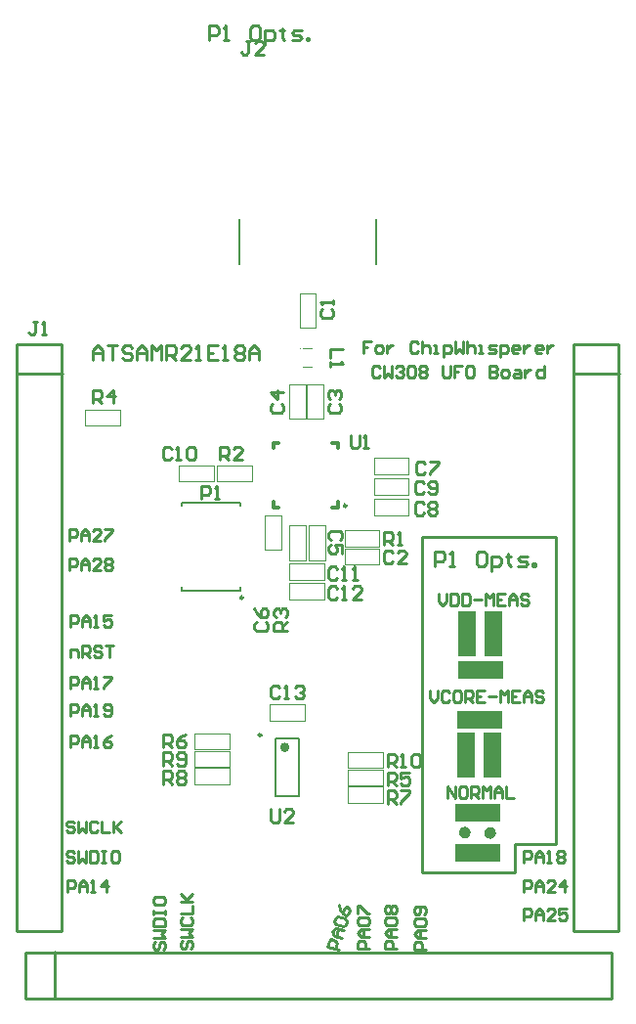
<source format=gto>
G04 Layer_Color=65535*
%FSLAX25Y25*%
%MOIN*%
G70*
G01*
G75*
%ADD26C,0.01000*%
%ADD41C,0.03937*%
%ADD42C,0.00984*%
%ADD43C,0.01575*%
%ADD44C,0.00394*%
%ADD45C,0.01181*%
%ADD46C,0.00787*%
%ADD47R,0.15354X0.06299*%
%ADD48R,0.06299X0.15354*%
D26*
X284646Y153543D02*
Y170472D01*
X270472Y153543D02*
X284646D01*
X270472Y144095D02*
Y153543D01*
X238976Y144095D02*
X270472D01*
X238976D02*
Y170472D01*
Y258268D01*
X284646Y170472D02*
Y258268D01*
X238976D02*
X284646D01*
X290626Y124000D02*
Y324000D01*
Y124000D02*
X306000D01*
X290626Y324000D02*
X306000D01*
X290626Y314000D02*
X306374D01*
X103500Y101126D02*
X303500D01*
Y116500D01*
X103500D02*
X303500D01*
X103500Y101126D02*
Y116500D01*
X113500Y101126D02*
Y116874D01*
X100626Y124000D02*
Y324000D01*
Y124000D02*
X116000D01*
Y324000D01*
X100626D02*
X116000D01*
X100626Y314000D02*
X116374D01*
X306000Y124000D02*
Y324000D01*
X221589Y325032D02*
X218923D01*
Y323033D01*
X220256D01*
X218923D01*
Y321034D01*
X223588D02*
X224921D01*
X225588Y321700D01*
Y323033D01*
X224921Y323700D01*
X223588D01*
X222922Y323033D01*
Y321700D01*
X223588Y321034D01*
X226921Y323700D02*
Y321034D01*
Y322367D01*
X227587Y323033D01*
X228254Y323700D01*
X228920D01*
X237584Y324366D02*
X236917Y325032D01*
X235584D01*
X234918Y324366D01*
Y321700D01*
X235584Y321034D01*
X236917D01*
X237584Y321700D01*
X238917Y325032D02*
Y321034D01*
Y323033D01*
X239583Y323700D01*
X240916D01*
X241582Y323033D01*
Y321034D01*
X242916D02*
X244248D01*
X243582D01*
Y323700D01*
X242916D01*
X246248Y319701D02*
Y323700D01*
X248247D01*
X248914Y323033D01*
Y321700D01*
X248247Y321034D01*
X246248D01*
X250246Y325032D02*
Y321034D01*
X251579Y322367D01*
X252912Y321034D01*
Y325032D01*
X254245D02*
Y321034D01*
Y323033D01*
X254912Y323700D01*
X256244D01*
X256911Y323033D01*
Y321034D01*
X258244D02*
X259577D01*
X258910D01*
Y323700D01*
X258244D01*
X261576Y321034D02*
X263576D01*
X264242Y321700D01*
X263576Y322367D01*
X262243D01*
X261576Y323033D01*
X262243Y323700D01*
X264242D01*
X265575Y319701D02*
Y323700D01*
X267574D01*
X268241Y323033D01*
Y321700D01*
X267574Y321034D01*
X265575D01*
X271573D02*
X270240D01*
X269573Y321700D01*
Y323033D01*
X270240Y323700D01*
X271573D01*
X272239Y323033D01*
Y322367D01*
X269573D01*
X273572Y323700D02*
Y321034D01*
Y322367D01*
X274239Y323033D01*
X274905Y323700D01*
X275572D01*
X279570Y321034D02*
X278237D01*
X277571Y321700D01*
Y323033D01*
X278237Y323700D01*
X279570D01*
X280237Y323033D01*
Y322367D01*
X277571D01*
X281570Y323700D02*
Y321034D01*
Y322367D01*
X282236Y323033D01*
X282903Y323700D01*
X283569D01*
X224588Y315835D02*
X223922Y316501D01*
X222589D01*
X221922Y315835D01*
Y313169D01*
X222589Y312503D01*
X223922D01*
X224588Y313169D01*
X225921Y316501D02*
Y312503D01*
X227254Y313835D01*
X228587Y312503D01*
Y316501D01*
X229920Y315835D02*
X230586Y316501D01*
X231919D01*
X232585Y315835D01*
Y315168D01*
X231919Y314502D01*
X231253D01*
X231919D01*
X232585Y313835D01*
Y313169D01*
X231919Y312503D01*
X230586D01*
X229920Y313169D01*
X233918Y315835D02*
X234585Y316501D01*
X235918D01*
X236584Y315835D01*
Y313169D01*
X235918Y312503D01*
X234585D01*
X233918Y313169D01*
Y315835D01*
X237917D02*
X238583Y316501D01*
X239916D01*
X240583Y315835D01*
Y315168D01*
X239916Y314502D01*
X240583Y313835D01*
Y313169D01*
X239916Y312503D01*
X238583D01*
X237917Y313169D01*
Y313835D01*
X238583Y314502D01*
X237917Y315168D01*
Y315835D01*
X238583Y314502D02*
X239916D01*
X245915Y316501D02*
Y313169D01*
X246581Y312503D01*
X247914D01*
X248580Y313169D01*
Y316501D01*
X252579D02*
X249913D01*
Y314502D01*
X251246D01*
X249913D01*
Y312503D01*
X255911Y316501D02*
X254578D01*
X253912Y315835D01*
Y313169D01*
X254578Y312503D01*
X255911D01*
X256578Y313169D01*
Y315835D01*
X255911Y316501D01*
X261909D02*
Y312503D01*
X263909D01*
X264575Y313169D01*
Y313835D01*
X263909Y314502D01*
X261909D01*
X263909D01*
X264575Y315168D01*
Y315835D01*
X263909Y316501D01*
X261909D01*
X266575Y312503D02*
X267907D01*
X268574Y313169D01*
Y314502D01*
X267907Y315168D01*
X266575D01*
X265908Y314502D01*
Y313169D01*
X266575Y312503D01*
X270573Y315168D02*
X271906D01*
X272572Y314502D01*
Y312503D01*
X270573D01*
X269907Y313169D01*
X270573Y313835D01*
X272572D01*
X273905Y315168D02*
Y312503D01*
Y313835D01*
X274572Y314502D01*
X275238Y315168D01*
X275905D01*
X280570Y316501D02*
Y312503D01*
X278571D01*
X277904Y313169D01*
Y314502D01*
X278571Y315168D01*
X280570D01*
X126772Y318504D02*
Y321836D01*
X128438Y323502D01*
X130104Y321836D01*
Y318504D01*
Y321003D01*
X126772D01*
X131770Y323502D02*
X135102D01*
X133436D01*
Y318504D01*
X140101Y322669D02*
X139268Y323502D01*
X137601D01*
X136768Y322669D01*
Y321836D01*
X137601Y321003D01*
X139268D01*
X140101Y320170D01*
Y319337D01*
X139268Y318504D01*
X137601D01*
X136768Y319337D01*
X141767Y318504D02*
Y321836D01*
X143433Y323502D01*
X145099Y321836D01*
Y318504D01*
Y321003D01*
X141767D01*
X146765Y318504D02*
Y323502D01*
X148431Y321836D01*
X150097Y323502D01*
Y318504D01*
X151764D02*
Y323502D01*
X154263D01*
X155096Y322669D01*
Y321003D01*
X154263Y320170D01*
X151764D01*
X153430D02*
X155096Y318504D01*
X160094D02*
X156762D01*
X160094Y321836D01*
Y322669D01*
X159261Y323502D01*
X157595D01*
X156762Y322669D01*
X161760Y318504D02*
X163426D01*
X162593D01*
Y323502D01*
X161760Y322669D01*
X169258Y323502D02*
X165926D01*
Y318504D01*
X169258D01*
X165926Y321003D02*
X167592D01*
X170924Y318504D02*
X172590D01*
X171757D01*
Y323502D01*
X170924Y322669D01*
X175089D02*
X175922Y323502D01*
X177588D01*
X178422Y322669D01*
Y321836D01*
X177588Y321003D01*
X178422Y320170D01*
Y319337D01*
X177588Y318504D01*
X175922D01*
X175089Y319337D01*
Y320170D01*
X175922Y321003D01*
X175089Y321836D01*
Y322669D01*
X175922Y321003D02*
X177588D01*
X180088Y318504D02*
Y321836D01*
X181754Y323502D01*
X183420Y321836D01*
Y318504D01*
Y321003D01*
X180088D01*
X166142Y427559D02*
Y432557D01*
X168641D01*
X169474Y431724D01*
Y430058D01*
X168641Y429225D01*
X166142D01*
X171140Y427559D02*
X172806D01*
X171973D01*
Y432557D01*
X171140Y431724D01*
X182803Y432557D02*
X181137D01*
X180304Y431724D01*
Y428392D01*
X181137Y427559D01*
X182803D01*
X183636Y428392D01*
Y431724D01*
X182803Y432557D01*
X185302Y425893D02*
Y430891D01*
X187801D01*
X188634Y430058D01*
Y428392D01*
X187801Y427559D01*
X185302D01*
X191134Y431724D02*
Y430891D01*
X190301D01*
X191967D01*
X191134D01*
Y428392D01*
X191967Y427559D01*
X194466D02*
X196965D01*
X197798Y428392D01*
X196965Y429225D01*
X195299D01*
X194466Y430058D01*
X195299Y430891D01*
X197798D01*
X199464Y427559D02*
Y428392D01*
X200297D01*
Y427559D01*
X199464D01*
X247638Y169291D02*
Y173290D01*
X250304Y169291D01*
Y173290D01*
X253636D02*
X252303D01*
X251637Y172624D01*
Y169958D01*
X252303Y169291D01*
X253636D01*
X254302Y169958D01*
Y172624D01*
X253636Y173290D01*
X255635Y169291D02*
Y173290D01*
X257635D01*
X258301Y172624D01*
Y171291D01*
X257635Y170624D01*
X255635D01*
X256968D02*
X258301Y169291D01*
X259634D02*
Y173290D01*
X260967Y171957D01*
X262300Y173290D01*
Y169291D01*
X263633D02*
Y171957D01*
X264966Y173290D01*
X266298Y171957D01*
Y169291D01*
Y171291D01*
X263633D01*
X267631Y173290D02*
Y169291D01*
X270297D01*
X243307Y248425D02*
Y253424D01*
X245806D01*
X246639Y252590D01*
Y250924D01*
X245806Y250091D01*
X243307D01*
X248306Y248425D02*
X249972D01*
X249138D01*
Y253424D01*
X248306Y252590D01*
X259968Y253424D02*
X258302D01*
X257469Y252590D01*
Y249258D01*
X258302Y248425D01*
X259968D01*
X260801Y249258D01*
Y252590D01*
X259968Y253424D01*
X262468Y246759D02*
Y251758D01*
X264967D01*
X265800Y250924D01*
Y249258D01*
X264967Y248425D01*
X262468D01*
X268299Y252590D02*
Y251758D01*
X267466D01*
X269132D01*
X268299D01*
Y249258D01*
X269132Y248425D01*
X271631D02*
X274130D01*
X274963Y249258D01*
X274130Y250091D01*
X272464D01*
X271631Y250924D01*
X272464Y251758D01*
X274963D01*
X276630Y248425D02*
Y249258D01*
X277463D01*
Y248425D01*
X276630D01*
X244488Y239038D02*
Y236372D01*
X245821Y235039D01*
X247154Y236372D01*
Y239038D01*
X248487D02*
Y235039D01*
X250486D01*
X251153Y235706D01*
Y238372D01*
X250486Y239038D01*
X248487D01*
X252486D02*
Y235039D01*
X254485D01*
X255151Y235706D01*
Y238372D01*
X254485Y239038D01*
X252486D01*
X256484Y237039D02*
X259150D01*
X260483Y235039D02*
Y239038D01*
X261816Y237705D01*
X263149Y239038D01*
Y235039D01*
X267147Y239038D02*
X264482D01*
Y235039D01*
X267147D01*
X264482Y237039D02*
X265815D01*
X268480Y235039D02*
Y237705D01*
X269813Y239038D01*
X271146Y237705D01*
Y235039D01*
Y237039D01*
X268480D01*
X275145Y238372D02*
X274479Y239038D01*
X273146D01*
X272479Y238372D01*
Y237705D01*
X273146Y237039D01*
X274479D01*
X275145Y236372D01*
Y235706D01*
X274479Y235039D01*
X273146D01*
X272479Y235706D01*
X241732Y205967D02*
Y203301D01*
X243065Y201969D01*
X244398Y203301D01*
Y205967D01*
X248397Y205301D02*
X247730Y205967D01*
X246397D01*
X245731Y205301D01*
Y202635D01*
X246397Y201969D01*
X247730D01*
X248397Y202635D01*
X251729Y205967D02*
X250396D01*
X249730Y205301D01*
Y202635D01*
X250396Y201969D01*
X251729D01*
X252396Y202635D01*
Y205301D01*
X251729Y205967D01*
X253728Y201969D02*
Y205967D01*
X255728D01*
X256394Y205301D01*
Y203968D01*
X255728Y203301D01*
X253728D01*
X255061D02*
X256394Y201969D01*
X260393Y205967D02*
X257727D01*
Y201969D01*
X260393D01*
X257727Y203968D02*
X259060D01*
X261726D02*
X264392D01*
X265724Y201969D02*
Y205967D01*
X267057Y204634D01*
X268390Y205967D01*
Y201969D01*
X272389Y205967D02*
X269723D01*
Y201969D01*
X272389D01*
X269723Y203968D02*
X271056D01*
X273722Y201969D02*
Y204634D01*
X275055Y205967D01*
X276388Y204634D01*
Y201969D01*
Y203968D01*
X273722D01*
X280386Y205301D02*
X279720Y205967D01*
X278387D01*
X277721Y205301D01*
Y204634D01*
X278387Y203968D01*
X279720D01*
X280386Y203301D01*
Y202635D01*
X279720Y201969D01*
X278387D01*
X277721Y202635D01*
X273622Y127559D02*
Y131558D01*
X275621D01*
X276288Y130891D01*
Y129558D01*
X275621Y128892D01*
X273622D01*
X277621Y127559D02*
Y130225D01*
X278954Y131558D01*
X280287Y130225D01*
Y127559D01*
Y129558D01*
X277621D01*
X284285Y127559D02*
X281620D01*
X284285Y130225D01*
Y130891D01*
X283619Y131558D01*
X282286D01*
X281620Y130891D01*
X288284Y131558D02*
X285618D01*
Y129558D01*
X286951Y130225D01*
X287617D01*
X288284Y129558D01*
Y128226D01*
X287617Y127559D01*
X286285D01*
X285618Y128226D01*
X273622Y137402D02*
Y141400D01*
X275621D01*
X276288Y140734D01*
Y139401D01*
X275621Y138734D01*
X273622D01*
X277621Y137402D02*
Y140067D01*
X278954Y141400D01*
X280287Y140067D01*
Y137402D01*
Y139401D01*
X277621D01*
X284285Y137402D02*
X281620D01*
X284285Y140067D01*
Y140734D01*
X283619Y141400D01*
X282286D01*
X281620Y140734D01*
X287617Y137402D02*
Y141400D01*
X285618Y139401D01*
X288284D01*
X273622Y147244D02*
Y151243D01*
X275621D01*
X276288Y150576D01*
Y149243D01*
X275621Y148577D01*
X273622D01*
X277621Y147244D02*
Y149910D01*
X278954Y151243D01*
X280287Y149910D01*
Y147244D01*
Y149243D01*
X277621D01*
X281620Y147244D02*
X282952D01*
X282286D01*
Y151243D01*
X281620Y150576D01*
X284952D02*
X285618Y151243D01*
X286951D01*
X287617Y150576D01*
Y149910D01*
X286951Y149243D01*
X287617Y148577D01*
Y147910D01*
X286951Y147244D01*
X285618D01*
X284952Y147910D01*
Y148577D01*
X285618Y149243D01*
X284952Y149910D01*
Y150576D01*
X285618Y149243D02*
X286951D01*
X118504Y257087D02*
Y261085D01*
X120503D01*
X121170Y260419D01*
Y259086D01*
X120503Y258419D01*
X118504D01*
X122503Y257087D02*
Y259752D01*
X123836Y261085D01*
X125169Y259752D01*
Y257087D01*
Y259086D01*
X122503D01*
X129167Y257087D02*
X126501D01*
X129167Y259752D01*
Y260419D01*
X128501Y261085D01*
X127168D01*
X126501Y260419D01*
X130500Y261085D02*
X133166D01*
Y260419D01*
X130500Y257753D01*
Y257087D01*
X118504Y246850D02*
Y250849D01*
X120503D01*
X121170Y250183D01*
Y248850D01*
X120503Y248183D01*
X118504D01*
X122503Y246850D02*
Y249516D01*
X123836Y250849D01*
X125169Y249516D01*
Y246850D01*
Y248850D01*
X122503D01*
X129167Y246850D02*
X126501D01*
X129167Y249516D01*
Y250183D01*
X128501Y250849D01*
X127168D01*
X126501Y250183D01*
X130500D02*
X131167Y250849D01*
X132499D01*
X133166Y250183D01*
Y249516D01*
X132499Y248850D01*
X133166Y248183D01*
Y247517D01*
X132499Y246850D01*
X131167D01*
X130500Y247517D01*
Y248183D01*
X131167Y248850D01*
X130500Y249516D01*
Y250183D01*
X131167Y248850D02*
X132499D01*
X118898Y227559D02*
Y231558D01*
X120897D01*
X121563Y230891D01*
Y229558D01*
X120897Y228892D01*
X118898D01*
X122896Y227559D02*
Y230225D01*
X124229Y231558D01*
X125562Y230225D01*
Y227559D01*
Y229558D01*
X122896D01*
X126895Y227559D02*
X128228D01*
X127561D01*
Y231558D01*
X126895Y230891D01*
X132893Y231558D02*
X130227D01*
Y229558D01*
X131560Y230225D01*
X132227D01*
X132893Y229558D01*
Y228225D01*
X132227Y227559D01*
X130894D01*
X130227Y228225D01*
X118898Y217323D02*
Y219989D01*
X120897D01*
X121563Y219322D01*
Y217323D01*
X122896D02*
Y221322D01*
X124896D01*
X125562Y220655D01*
Y219322D01*
X124896Y218656D01*
X122896D01*
X124229D02*
X125562Y217323D01*
X129561Y220655D02*
X128894Y221322D01*
X127561D01*
X126895Y220655D01*
Y219989D01*
X127561Y219322D01*
X128894D01*
X129561Y218656D01*
Y217989D01*
X128894Y217323D01*
X127561D01*
X126895Y217989D01*
X130894Y221322D02*
X133560D01*
X132227D01*
Y217323D01*
X118898Y206693D02*
Y210692D01*
X120897D01*
X121563Y210025D01*
Y208692D01*
X120897Y208026D01*
X118898D01*
X122896Y206693D02*
Y209359D01*
X124229Y210692D01*
X125562Y209359D01*
Y206693D01*
Y208692D01*
X122896D01*
X126895Y206693D02*
X128228D01*
X127561D01*
Y210692D01*
X126895Y210025D01*
X130227Y210692D02*
X132893D01*
Y210025D01*
X130227Y207359D01*
Y206693D01*
X118898Y197244D02*
Y201243D01*
X120897D01*
X121563Y200576D01*
Y199243D01*
X120897Y198577D01*
X118898D01*
X122896Y197244D02*
Y199910D01*
X124229Y201243D01*
X125562Y199910D01*
Y197244D01*
Y199243D01*
X122896D01*
X126895Y197244D02*
X128228D01*
X127561D01*
Y201243D01*
X126895Y200576D01*
X130227Y197910D02*
X130894Y197244D01*
X132227D01*
X132893Y197910D01*
Y200576D01*
X132227Y201243D01*
X130894D01*
X130227Y200576D01*
Y199910D01*
X130894Y199243D01*
X132893D01*
X118898Y186614D02*
Y190613D01*
X120897D01*
X121563Y189946D01*
Y188613D01*
X120897Y187947D01*
X118898D01*
X122896Y186614D02*
Y189280D01*
X124229Y190613D01*
X125562Y189280D01*
Y186614D01*
Y188613D01*
X122896D01*
X126895Y186614D02*
X128228D01*
X127561D01*
Y190613D01*
X126895Y189946D01*
X132893Y190613D02*
X131560Y189946D01*
X130227Y188613D01*
Y187281D01*
X130894Y186614D01*
X132227D01*
X132893Y187281D01*
Y187947D01*
X132227Y188613D01*
X130227D01*
X118110Y137402D02*
Y141400D01*
X120110D01*
X120776Y140734D01*
Y139401D01*
X120110Y138734D01*
X118110D01*
X122109Y137402D02*
Y140067D01*
X123442Y141400D01*
X124775Y140067D01*
Y137402D01*
Y139401D01*
X122109D01*
X126108Y137402D02*
X127441D01*
X126774D01*
Y141400D01*
X126108Y140734D01*
X131439Y137402D02*
Y141400D01*
X129440Y139401D01*
X132106D01*
X120382Y160813D02*
X119716Y161479D01*
X118383D01*
X117717Y160813D01*
Y160146D01*
X118383Y159480D01*
X119716D01*
X120382Y158813D01*
Y158147D01*
X119716Y157480D01*
X118383D01*
X117717Y158147D01*
X121715Y161479D02*
Y157480D01*
X123048Y158813D01*
X124381Y157480D01*
Y161479D01*
X128380Y160813D02*
X127713Y161479D01*
X126380D01*
X125714Y160813D01*
Y158147D01*
X126380Y157480D01*
X127713D01*
X128380Y158147D01*
X129713Y161479D02*
Y157480D01*
X132378D01*
X133711Y161479D02*
Y157480D01*
Y158813D01*
X136377Y161479D01*
X134378Y159480D01*
X136377Y157480D01*
X120382Y150576D02*
X119716Y151243D01*
X118383D01*
X117717Y150576D01*
Y149910D01*
X118383Y149243D01*
X119716D01*
X120382Y148577D01*
Y147910D01*
X119716Y147244D01*
X118383D01*
X117717Y147910D01*
X121715Y151243D02*
Y147244D01*
X123048Y148577D01*
X124381Y147244D01*
Y151243D01*
X125714D02*
Y147244D01*
X127713D01*
X128380Y147910D01*
Y150576D01*
X127713Y151243D01*
X125714D01*
X129713D02*
X131046D01*
X130379D01*
Y147244D01*
X129713D01*
X131046D01*
X135044Y151243D02*
X133711D01*
X133045Y150576D01*
Y147910D01*
X133711Y147244D01*
X135044D01*
X135711Y147910D01*
Y150576D01*
X135044Y151243D01*
X147849Y120382D02*
X147182Y119716D01*
Y118383D01*
X147849Y117717D01*
X148515D01*
X149182Y118383D01*
Y119716D01*
X149848Y120382D01*
X150515D01*
X151181Y119716D01*
Y118383D01*
X150515Y117717D01*
X147182Y121715D02*
X151181D01*
X149848Y123048D01*
X151181Y124381D01*
X147182D01*
Y125714D02*
X151181D01*
Y127713D01*
X150515Y128380D01*
X147849D01*
X147182Y127713D01*
Y125714D01*
Y129713D02*
Y131046D01*
Y130379D01*
X151181D01*
Y129713D01*
Y131046D01*
X147182Y135044D02*
Y133711D01*
X147849Y133045D01*
X150515D01*
X151181Y133711D01*
Y135044D01*
X150515Y135711D01*
X147849D01*
X147182Y135044D01*
X157298Y120776D02*
X156631Y120110D01*
Y118777D01*
X157298Y118110D01*
X157964D01*
X158631Y118777D01*
Y120110D01*
X159297Y120776D01*
X159964D01*
X160630Y120110D01*
Y118777D01*
X159964Y118110D01*
X156631Y122109D02*
X160630D01*
X159297Y123442D01*
X160630Y124775D01*
X156631D01*
X157298Y128773D02*
X156631Y128107D01*
Y126774D01*
X157298Y126108D01*
X159964D01*
X160630Y126774D01*
Y128107D01*
X159964Y128773D01*
X156631Y130106D02*
X160630D01*
Y132772D01*
X156631Y134105D02*
X160630D01*
X159297D01*
X156631Y136771D01*
X158631Y134772D01*
X160630Y136771D01*
X210630Y117717D02*
X206768Y118752D01*
X207285Y120683D01*
X208101Y121154D01*
X209389Y120809D01*
X209860Y119993D01*
X209342Y118061D01*
X211665Y121579D02*
X209090Y122269D01*
X208147Y123901D01*
X209780Y124844D01*
X212355Y124154D01*
X210424Y124671D01*
X209734Y122097D01*
X209481Y126304D02*
X209010Y127120D01*
X209355Y128408D01*
X210171Y128879D01*
X212746Y128189D01*
X213217Y127373D01*
X212872Y126085D01*
X212056Y125614D01*
X209481Y126304D01*
X210562Y132914D02*
X210861Y131454D01*
X211804Y129821D01*
X213091Y129476D01*
X213907Y129948D01*
X214252Y131235D01*
X213781Y132051D01*
X213137Y132224D01*
X212321Y131753D01*
X211804Y129821D01*
X240158Y117717D02*
X236159D01*
Y119716D01*
X236825Y120382D01*
X238158D01*
X238825Y119716D01*
Y117717D01*
X240158Y121715D02*
X237492D01*
X236159Y123048D01*
X237492Y124381D01*
X240158D01*
X238158D01*
Y121715D01*
X236825Y125714D02*
X236159Y126380D01*
Y127713D01*
X236825Y128380D01*
X239491D01*
X240158Y127713D01*
Y126380D01*
X239491Y125714D01*
X236825D01*
X239491Y129713D02*
X240158Y130379D01*
Y131712D01*
X239491Y132378D01*
X236825D01*
X236159Y131712D01*
Y130379D01*
X236825Y129713D01*
X237492D01*
X238158Y130379D01*
Y132378D01*
X230315Y118110D02*
X226316D01*
Y120110D01*
X226983Y120776D01*
X228316D01*
X228982Y120110D01*
Y118110D01*
X230315Y122109D02*
X227649D01*
X226316Y123442D01*
X227649Y124775D01*
X230315D01*
X228316D01*
Y122109D01*
X226983Y126108D02*
X226316Y126774D01*
Y128107D01*
X226983Y128773D01*
X229648D01*
X230315Y128107D01*
Y126774D01*
X229648Y126108D01*
X226983D01*
Y130106D02*
X226316Y130773D01*
Y132106D01*
X226983Y132772D01*
X227649D01*
X228316Y132106D01*
X228982Y132772D01*
X229648D01*
X230315Y132106D01*
Y130773D01*
X229648Y130106D01*
X228982D01*
X228316Y130773D01*
X227649Y130106D01*
X226983D01*
X228316Y130773D02*
Y132106D01*
X220866Y118110D02*
X216867D01*
Y120110D01*
X217534Y120776D01*
X218867D01*
X219533Y120110D01*
Y118110D01*
X220866Y122109D02*
X218200D01*
X216867Y123442D01*
X218200Y124775D01*
X220866D01*
X218867D01*
Y122109D01*
X217534Y126108D02*
X216867Y126774D01*
Y128107D01*
X217534Y128773D01*
X220200D01*
X220866Y128107D01*
Y126774D01*
X220200Y126108D01*
X217534D01*
X216867Y130106D02*
Y132772D01*
X217534D01*
X220200Y130106D01*
X220866D01*
X187402Y165522D02*
Y161773D01*
X188151Y161024D01*
X189651D01*
X190401Y161773D01*
Y165522D01*
X194899Y161024D02*
X191900D01*
X194899Y164023D01*
Y164772D01*
X194149Y165522D01*
X192650D01*
X191900Y164772D01*
X150787Y186614D02*
Y191113D01*
X153037D01*
X153786Y190363D01*
Y188863D01*
X153037Y188114D01*
X150787D01*
X152287D02*
X153786Y186614D01*
X158285Y191113D02*
X156786Y190363D01*
X155286Y188863D01*
Y187364D01*
X156036Y186614D01*
X157535D01*
X158285Y187364D01*
Y188114D01*
X157535Y188863D01*
X155286D01*
X227165Y173622D02*
Y178121D01*
X229415D01*
X230164Y177371D01*
Y175871D01*
X229415Y175122D01*
X227165D01*
X228665D02*
X230164Y173622D01*
X234663Y178121D02*
X231664D01*
Y175871D01*
X233163Y176621D01*
X233913D01*
X234663Y175871D01*
Y174372D01*
X233913Y173622D01*
X232414D01*
X231664Y174372D01*
X150787Y174016D02*
Y178514D01*
X153037D01*
X153786Y177764D01*
Y176265D01*
X153037Y175515D01*
X150787D01*
X152287D02*
X153786Y174016D01*
X155286Y177764D02*
X156036Y178514D01*
X157535D01*
X158285Y177764D01*
Y177015D01*
X157535Y176265D01*
X158285Y175515D01*
Y174766D01*
X157535Y174016D01*
X156036D01*
X155286Y174766D01*
Y175515D01*
X156036Y176265D01*
X155286Y177015D01*
Y177764D01*
X156036Y176265D02*
X157535D01*
X227165Y167323D02*
Y171821D01*
X229415D01*
X230164Y171072D01*
Y169572D01*
X229415Y168822D01*
X227165D01*
X228665D02*
X230164Y167323D01*
X231664Y171821D02*
X234663D01*
Y171072D01*
X231664Y168073D01*
Y167323D01*
X150787Y180315D02*
Y184813D01*
X153037D01*
X153786Y184064D01*
Y182564D01*
X153037Y181815D01*
X150787D01*
X152287D02*
X153786Y180315D01*
X155286Y181065D02*
X156036Y180315D01*
X157535D01*
X158285Y181065D01*
Y184064D01*
X157535Y184813D01*
X156036D01*
X155286Y184064D01*
Y183314D01*
X156036Y182564D01*
X158285D01*
X227165Y179921D02*
Y184420D01*
X229415D01*
X230164Y183670D01*
Y182170D01*
X229415Y181421D01*
X227165D01*
X228665D02*
X230164Y179921D01*
X231664D02*
X233163D01*
X232414D01*
Y184420D01*
X231664Y183670D01*
X235413D02*
X236162Y184420D01*
X237662D01*
X238412Y183670D01*
Y180671D01*
X237662Y179921D01*
X236162D01*
X235413Y180671D01*
Y183670D01*
X190401Y206898D02*
X189651Y207648D01*
X188151D01*
X187402Y206898D01*
Y203899D01*
X188151Y203150D01*
X189651D01*
X190401Y203899D01*
X191900Y203150D02*
X193400D01*
X192650D01*
Y207648D01*
X191900Y206898D01*
X195649D02*
X196399Y207648D01*
X197898D01*
X198648Y206898D01*
Y206149D01*
X197898Y205399D01*
X197148D01*
X197898D01*
X198648Y204649D01*
Y203899D01*
X197898Y203150D01*
X196399D01*
X195649Y203899D01*
X211979Y322441D02*
X207480D01*
Y319442D01*
Y317942D02*
Y316443D01*
Y317193D01*
X211979D01*
X211229Y317942D01*
X126772Y303937D02*
Y308436D01*
X129021D01*
X129771Y307686D01*
Y306186D01*
X129021Y305436D01*
X126772D01*
X128271D02*
X129771Y303937D01*
X133519D02*
Y308436D01*
X131270Y306186D01*
X134269D01*
X192913Y226378D02*
X188415D01*
Y228627D01*
X189165Y229377D01*
X190664D01*
X191414Y228627D01*
Y226378D01*
Y227877D02*
X192913Y229377D01*
X189165Y230876D02*
X188415Y231626D01*
Y233126D01*
X189165Y233875D01*
X189914D01*
X190664Y233126D01*
Y232376D01*
Y233126D01*
X191414Y233875D01*
X192164D01*
X192913Y233126D01*
Y231626D01*
X192164Y230876D01*
X170000Y284500D02*
Y288999D01*
X172249D01*
X172999Y288249D01*
Y286749D01*
X172249Y285999D01*
X170000D01*
X171500D02*
X172999Y284500D01*
X177498D02*
X174499D01*
X177498Y287499D01*
Y288249D01*
X176748Y288999D01*
X175248D01*
X174499Y288249D01*
X225984Y255512D02*
Y260010D01*
X228234D01*
X228983Y259261D01*
Y257761D01*
X228234Y257011D01*
X225984D01*
X227484D02*
X228983Y255512D01*
X230483D02*
X231982D01*
X231233D01*
Y260010D01*
X230483Y259261D01*
X163779Y271260D02*
Y275758D01*
X166029D01*
X166779Y275009D01*
Y273509D01*
X166029Y272759D01*
X163779D01*
X168278Y271260D02*
X169778D01*
X169028D01*
Y275758D01*
X168278Y275009D01*
X180349Y427248D02*
X178849D01*
X179599D01*
Y423500D01*
X178849Y422750D01*
X178100D01*
X177350Y423500D01*
X184848Y422750D02*
X181849D01*
X184848Y425749D01*
Y426499D01*
X184098Y427248D01*
X182598D01*
X181849Y426499D01*
X107723Y331664D02*
X106224D01*
X106974D01*
Y327915D01*
X106224Y327165D01*
X105474D01*
X104724Y327915D01*
X109223Y327165D02*
X110722D01*
X109973D01*
Y331664D01*
X109223Y330914D01*
X210086Y240757D02*
X209336Y241506D01*
X207836D01*
X207087Y240757D01*
Y237758D01*
X207836Y237008D01*
X209336D01*
X210086Y237758D01*
X211585Y237008D02*
X213085D01*
X212335D01*
Y241506D01*
X211585Y240757D01*
X218333Y237008D02*
X215334D01*
X218333Y240007D01*
Y240757D01*
X217583Y241506D01*
X216084D01*
X215334Y240757D01*
X210086Y247450D02*
X209336Y248199D01*
X207836D01*
X207087Y247450D01*
Y244451D01*
X207836Y243701D01*
X209336D01*
X210086Y244451D01*
X211585Y243701D02*
X213085D01*
X212335D01*
Y248199D01*
X211585Y247450D01*
X215334Y243701D02*
X216833D01*
X216084D01*
Y248199D01*
X215334Y247450D01*
X153499Y288249D02*
X152749Y288999D01*
X151250D01*
X150500Y288249D01*
Y285250D01*
X151250Y284500D01*
X152749D01*
X153499Y285250D01*
X154999Y284500D02*
X156498D01*
X155748D01*
Y288999D01*
X154999Y288249D01*
X158747D02*
X159497Y288999D01*
X160997D01*
X161746Y288249D01*
Y285250D01*
X160997Y284500D01*
X159497D01*
X158747Y285250D01*
Y288249D01*
X239613Y276583D02*
X238863Y277333D01*
X237364D01*
X236614Y276583D01*
Y273584D01*
X237364Y272835D01*
X238863D01*
X239613Y273584D01*
X241113D02*
X241863Y272835D01*
X243362D01*
X244112Y273584D01*
Y276583D01*
X243362Y277333D01*
X241863D01*
X241113Y276583D01*
Y275834D01*
X241863Y275084D01*
X244112D01*
X239613Y269497D02*
X238863Y270247D01*
X237364D01*
X236614Y269497D01*
Y266498D01*
X237364Y265748D01*
X238863D01*
X239613Y266498D01*
X241113Y269497D02*
X241863Y270247D01*
X243362D01*
X244112Y269497D01*
Y268747D01*
X243362Y267997D01*
X244112Y267248D01*
Y266498D01*
X243362Y265748D01*
X241863D01*
X241113Y266498D01*
Y267248D01*
X241863Y267997D01*
X241113Y268747D01*
Y269497D01*
X241863Y267997D02*
X243362D01*
X239999Y283249D02*
X239249Y283998D01*
X237750D01*
X237000Y283249D01*
Y280250D01*
X237750Y279500D01*
X239249D01*
X239999Y280250D01*
X241498Y283998D02*
X244498D01*
Y283249D01*
X241498Y280250D01*
Y279500D01*
X182472Y229377D02*
X181722Y228627D01*
Y227128D01*
X182472Y226378D01*
X185471D01*
X186221Y227128D01*
Y228627D01*
X185471Y229377D01*
X181722Y233875D02*
X182472Y232376D01*
X183971Y230876D01*
X185471D01*
X186221Y231626D01*
Y233126D01*
X185471Y233875D01*
X184721D01*
X183971Y233126D01*
Y230876D01*
X210835Y257237D02*
X211585Y257987D01*
Y259487D01*
X210835Y260236D01*
X207836D01*
X207087Y259487D01*
Y257987D01*
X207836Y257237D01*
X211585Y252739D02*
Y255738D01*
X209336D01*
X210086Y254238D01*
Y253488D01*
X209336Y252739D01*
X207836D01*
X207087Y253488D01*
Y254988D01*
X207836Y255738D01*
X187984Y303786D02*
X187234Y303037D01*
Y301537D01*
X187984Y300787D01*
X190982D01*
X191732Y301537D01*
Y303037D01*
X190982Y303786D01*
X191732Y307535D02*
X187234D01*
X189483Y305286D01*
Y308285D01*
X207668Y303786D02*
X206919Y303037D01*
Y301537D01*
X207668Y300787D01*
X210668D01*
X211417Y301537D01*
Y303037D01*
X210668Y303786D01*
X207668Y305286D02*
X206919Y306036D01*
Y307535D01*
X207668Y308285D01*
X208418D01*
X209168Y307535D01*
Y306785D01*
Y307535D01*
X209918Y308285D01*
X210668D01*
X211417Y307535D01*
Y306036D01*
X210668Y305286D01*
X228983Y252961D02*
X228234Y253711D01*
X226734D01*
X225984Y252961D01*
Y249962D01*
X226734Y249213D01*
X228234D01*
X228983Y249962D01*
X233482Y249213D02*
X230483D01*
X233482Y252212D01*
Y252961D01*
X232732Y253711D01*
X231233D01*
X230483Y252961D01*
X204913Y336070D02*
X204163Y335320D01*
Y333821D01*
X204913Y333071D01*
X207912D01*
X208661Y333821D01*
Y335320D01*
X207912Y336070D01*
X208661Y337569D02*
Y339069D01*
Y338319D01*
X204163D01*
X204913Y337569D01*
X214500Y292999D02*
Y289250D01*
X215250Y288500D01*
X216749D01*
X217499Y289250D01*
Y292999D01*
X218999Y288500D02*
X220498D01*
X219748D01*
Y292999D01*
X218999Y292249D01*
D41*
X262202Y157401D02*
G03*
X262205Y157480I-1111J79D01*
G01*
X253543D02*
G03*
X253546Y157560I-1111J79D01*
G01*
D42*
X213221Y268957D02*
G03*
X213221Y268957I-492J0D01*
G01*
X184153Y190768D02*
G03*
X184153Y190768I-492J0D01*
G01*
X177925Y237618D02*
G03*
X177925Y237618I-492J0D01*
G01*
D43*
X192913Y186614D02*
G03*
X192913Y186614I-787J0D01*
G01*
D44*
X197551Y322539D02*
G03*
X197551Y322539I-165J0D01*
G01*
X161417Y185827D02*
X173228D01*
X161417Y191339D02*
X173228D01*
Y185827D02*
Y191339D01*
X161417Y185827D02*
Y191339D01*
X213780Y173622D02*
X225591D01*
X213780Y179134D02*
X225591D01*
Y173622D02*
Y179134D01*
X213780Y173622D02*
Y179134D01*
X161417Y179528D02*
X173228D01*
X161417Y174016D02*
X173228D01*
X161417D02*
Y179528D01*
X173228Y174016D02*
Y179528D01*
X213780Y167717D02*
X225591D01*
X213780Y173228D02*
X225591D01*
Y167717D02*
Y173228D01*
X213780Y167717D02*
Y173228D01*
X161417Y185433D02*
X173228D01*
X161417Y179921D02*
X173228D01*
X161417D02*
Y185433D01*
X173228Y179921D02*
Y185433D01*
X213780Y185039D02*
X225591D01*
X213780Y179528D02*
X225591D01*
X213780D02*
Y185039D01*
X225591Y179528D02*
Y185039D01*
X187008Y201181D02*
X198819D01*
X187008Y195669D02*
X198819D01*
X187008D02*
Y201181D01*
X198819Y195669D02*
Y201181D01*
X198252Y322618D02*
X201402D01*
X198252Y316319D02*
X201402D01*
X124094Y296244D02*
X135906D01*
X124094Y301756D02*
X135906D01*
Y296244D02*
Y301756D01*
X124094Y296244D02*
Y301756D01*
X199213Y250394D02*
Y262205D01*
X193701Y250394D02*
Y262205D01*
X199213D01*
X193701Y250394D02*
X199213D01*
X169094Y277244D02*
X180906D01*
X169094Y282756D02*
X180906D01*
Y277244D02*
Y282756D01*
X169094Y277244D02*
Y282756D01*
X212598Y255118D02*
X224409D01*
X212598Y260630D02*
X224409D01*
Y255118D02*
Y260630D01*
X212598Y255118D02*
Y260630D01*
X193701Y237008D02*
X205512D01*
X193701Y242520D02*
X205512D01*
Y237008D02*
Y242520D01*
X193701Y237008D02*
Y242520D01*
Y243701D02*
X205512D01*
X193701Y249213D02*
X205512D01*
Y243701D02*
Y249213D01*
X193701Y243701D02*
Y249213D01*
X156094Y282756D02*
X167906D01*
X156094Y277244D02*
X167906D01*
X156094D02*
Y282756D01*
X167906Y277244D02*
Y282756D01*
X222594Y272744D02*
X234406D01*
X222594Y278256D02*
X234406D01*
Y272744D02*
Y278256D01*
X222594Y272744D02*
Y278256D01*
Y265744D02*
X234406D01*
X222594Y271256D02*
X234406D01*
Y265744D02*
Y271256D01*
X222594Y265744D02*
Y271256D01*
Y279744D02*
X234406D01*
X222594Y285256D02*
X234406D01*
Y279744D02*
Y285256D01*
X222594Y279744D02*
Y285256D01*
X185433Y253937D02*
Y265748D01*
X190945Y253937D02*
Y265748D01*
X185433Y253937D02*
X190945D01*
X185433Y265748D02*
X190945D01*
X200394Y250394D02*
Y262205D01*
X205906Y250394D02*
Y262205D01*
X200394Y250394D02*
X205906D01*
X200394Y262205D02*
X205906D01*
X199256Y298594D02*
Y310406D01*
X193744Y298594D02*
Y310406D01*
X199256D01*
X193744Y298594D02*
X199256D01*
X205256D02*
Y310406D01*
X199744Y298594D02*
Y310406D01*
X205256D01*
X199744Y298594D02*
X205256D01*
X212598Y248819D02*
X224409D01*
X212598Y254331D02*
X224409D01*
Y248819D02*
Y254331D01*
X212598Y248819D02*
Y254331D01*
X202756Y329594D02*
Y341406D01*
X197244Y329594D02*
Y341406D01*
X202756D01*
X197244Y329594D02*
X202756D01*
D45*
X210169Y268366D02*
Y270236D01*
X208299Y268366D02*
X210169D01*
X188122D02*
X189992D01*
X188122D02*
Y270236D01*
Y288543D02*
Y290413D01*
X189992D01*
X210169Y288543D02*
Y290413D01*
X208299D02*
X210169D01*
D46*
X188976Y170079D02*
X196850D01*
X188976Y189764D02*
X196850D01*
Y170079D02*
Y189764D01*
X188976Y170079D02*
Y189764D01*
X156929Y270118D02*
X176929D01*
Y268937D02*
Y270118D01*
X156929Y268937D02*
Y270118D01*
X176929Y240118D02*
Y241299D01*
X156929Y240118D02*
Y241299D01*
Y240118D02*
X176929D01*
X223228Y351232D02*
Y366587D01*
X176772Y351232D02*
Y366587D01*
D47*
X258071Y150787D02*
D03*
Y164173D02*
D03*
X258465Y196063D02*
D03*
X258858Y212992D02*
D03*
D48*
X253937Y184055D02*
D03*
X262992Y184055D02*
D03*
X263386Y225394D02*
D03*
X254331D02*
D03*
M02*

</source>
